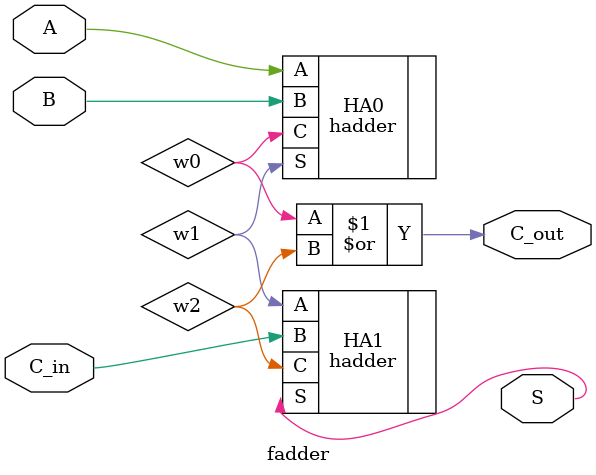
<source format=v>
`timescale 1ns / 1ps


module fadder(
    input A,
    input B,
    input C_in,
    output C_out,
    output S
    );
    wire w0, w1, w2;
    
    hadder HA0(.A(A),
               .B(B),
               .C(w0),
               .S(w1));
    hadder HA1(.A(w1),
               .B(C_in),
               .C(w2),
               .S(S));
    or G0(C_out,w0,w2);
endmodule

</source>
